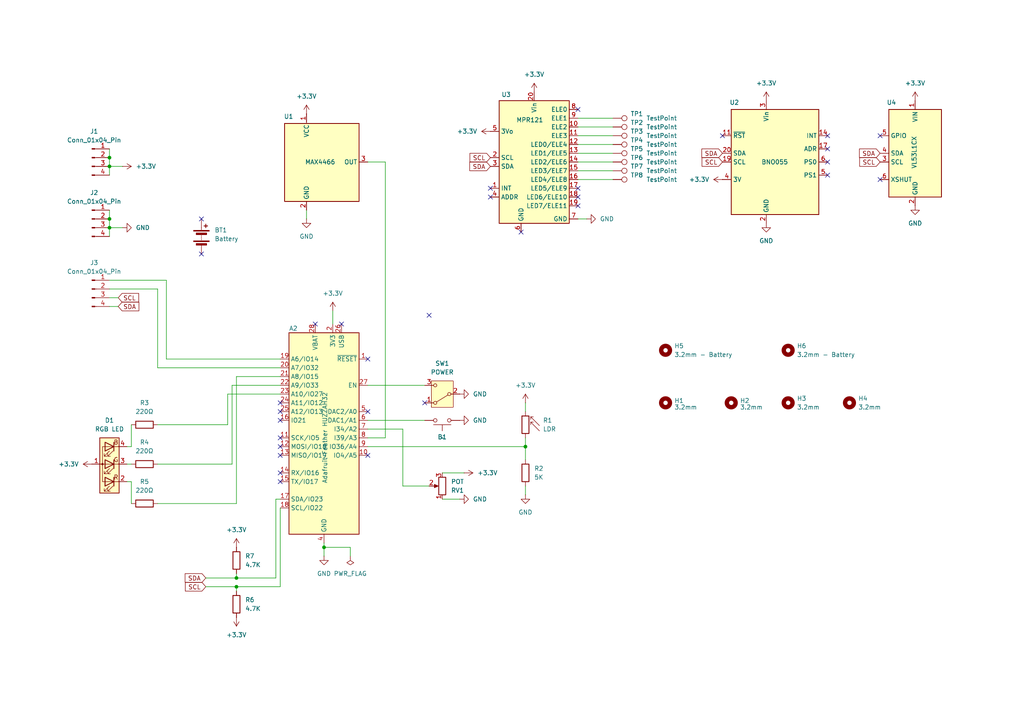
<source format=kicad_sch>
(kicad_sch (version 20231120) (generator "eeschema") (generator_version "8.0")
  (paper "A4")
  (title_block (title "TESI") (date "2025-02-07") (rev "v1.0"))
  (lib_symbols
    (symbol "Connector:Conn_01x04_Pin" (pin_names (offset 1.016) hide)
      (property "Reference" "J" (at 0 5.08 0))
      (property "Value" "Conn_01x04_Pin" (at 0 -7.62 0))
      (symbol "Conn_01x04_Pin_1_1"
        (polyline (pts (xy 1.27 -5.08) (xy 0.8636 -5.08)) (stroke (width 0.1524)))
        (polyline (pts (xy 1.27 -2.54) (xy 0.8636 -2.54)) (stroke (width 0.1524)))
        (polyline (pts (xy 1.27 0) (xy 0.8636 0)) (stroke (width 0.1524)))
        (polyline (pts (xy 1.27 2.54) (xy 0.8636 2.54)) (stroke (width 0.1524)))
        (rectangle (start 0.8636 -4.953) (end 0 -5.207) (stroke (width 0.1524)) (fill (type outline)))
        (rectangle (start 0.8636 -2.413) (end 0 -2.667) (stroke (width 0.1524)) (fill (type outline)))
        (rectangle (start 0.8636 0.127) (end 0 -0.127) (stroke (width 0.1524)) (fill (type outline)))
        (rectangle (start 0.8636 2.667) (end 0 2.413) (stroke (width 0.1524)) (fill (type outline)))
        (pin passive line (at 5.08 2.54 180) (length 3.81) (name "Pin_1") (number "1"))
        (pin passive line (at 5.08 0 180) (length 3.81) (name "Pin_2") (number "2"))
        (pin passive line (at 5.08 -2.54 180) (length 3.81) (name "Pin_3") (number "3"))
        (pin passive line (at 5.08 -5.08 180) (length 3.81) (name "Pin_4") (number "4"))
      )
    )
    (symbol "Connector:TestPoint" (pin_numbers hide) (pin_names (offset 0.762) hide)
      (property "Reference" "TP" (at 0 6.858 0))
      (property "Value" "TestPoint" (at 0 5.08 0))
      (symbol "TestPoint_0_1"
        (circle (center 0 3.302) (radius 0.762))
      )
      (symbol "TestPoint_1_1"
        (pin passive line (at 0 0 90) (length 2.54) (name "1") (number "1"))
      )
    )
    (symbol "Device:Battery" (pin_numbers hide) (pin_names (offset 0) hide)
      (property "Reference" "BT" (at 2.54 2.54 0))
      (property "Value" "Battery" (at 2.54 0 0))
      (symbol "Battery_0_1"
        (rectangle (start -2.286 -1.27) (end 2.286 -1.524) (fill (type outline)))
        (rectangle (start -2.286 1.778) (end 2.286 1.524) (fill (type outline)))
        (rectangle (start -1.524 -2.032) (end 1.524 -2.54) (fill (type outline)))
        (rectangle (start -1.524 1.016) (end 1.524 0.508) (fill (type outline)))
        (polyline (pts (xy 0 -1.016) (xy 0 -0.762)))
        (polyline (pts (xy 0 -0.508) (xy 0 -0.254)))
        (polyline (pts (xy 0 0) (xy 0 0.254)))
        (polyline (pts (xy 0 1.778) (xy 0 2.54)))
        (polyline (pts (xy 0.762 3.048) (xy 1.778 3.048)) (stroke (width 0.254)))
        (polyline (pts (xy 1.27 3.556) (xy 1.27 2.54)) (stroke (width 0.254)))
      )
      (symbol "Battery_1_1"
        (pin passive line (at 0 5.08 270) (length 2.54) (name "+") (number "1"))
        (pin passive line (at 0 -5.08 90) (length 2.54) (name "-") (number "2"))
      )
    )
    (symbol "Device:LED_ARGB" (pin_names (offset 0) hide)
      (property "Reference" "D" (at 0 9.398 0))
      (property "Value" "LED_ARGB" (at 0 -8.89 0))
      (symbol "LED_ARGB_0_0"
        (text "B" (at -1.905 -6.35 0) (effects (font (size 1.27 1.27))))
        (text "G" (at -1.905 -1.27 0) (effects (font (size 1.27 1.27))))
        (text "R" (at -1.905 3.81 0) (effects (font (size 1.27 1.27))))
      )
      (symbol "LED_ARGB_0_1"
        (polyline (pts (xy -1.27 -5.08) (xy -2.54 -5.08)))
        (polyline (pts (xy -1.27 -5.08) (xy 1.27 -5.08)))
        (polyline (pts (xy -1.27 -3.81) (xy -1.27 -6.35)) (stroke (width 0.254)))
        (polyline (pts (xy -1.27 0) (xy -2.54 0)))
        (polyline (pts (xy -1.27 1.27) (xy -1.27 -1.27)) (stroke (width 0.254)))
        (polyline (pts (xy -1.27 5.08) (xy -2.54 5.08)))
        (polyline (pts (xy -1.27 5.08) (xy 1.27 5.08)))
        (polyline (pts (xy -1.27 6.35) (xy -1.27 3.81)) (stroke (width 0.254)))
        (polyline (pts (xy 1.27 0) (xy -1.27 0)))
        (polyline (pts (xy 1.27 0) (xy 2.54 0)))
        (polyline (pts (xy -1.27 1.27) (xy -1.27 -1.27) (xy -1.27 -1.27)))
        (polyline (pts (xy -1.27 6.35) (xy -1.27 3.81) (xy -1.27 3.81)))
        (polyline (pts (xy 1.27 -5.08) (xy 2.032 -5.08) (xy 2.032 5.08) (xy 1.27 5.08)))
        (polyline (pts (xy 1.27 -3.81) (xy 1.27 -6.35) (xy -1.27 -5.08) (xy 1.27 -3.81)) (stroke (width 0.254)))
        (polyline (pts (xy 1.27 1.27) (xy 1.27 -1.27) (xy -1.27 0) (xy 1.27 1.27)) (stroke (width 0.254)))
        (polyline (pts (xy 1.27 6.35) (xy 1.27 3.81) (xy -1.27 5.08) (xy 1.27 6.35)) (stroke (width 0.254)))
        (polyline (pts (xy -1.016 -3.81) (xy 0.508 -2.286) (xy -0.254 -2.286) (xy 0.508 -2.286) (xy 0.508 -3.048)))
        (polyline (pts (xy -1.016 1.27) (xy 0.508 2.794) (xy -0.254 2.794) (xy 0.508 2.794) (xy 0.508 2.032)))
        (polyline (pts (xy -1.016 6.35) (xy 0.508 7.874) (xy -0.254 7.874) (xy 0.508 7.874) (xy 0.508 7.112)))
        (polyline (pts (xy 0 -3.81) (xy 1.524 -2.286) (xy 0.762 -2.286) (xy 1.524 -2.286) (xy 1.524 -3.048)))
        (polyline (pts (xy 0 1.27) (xy 1.524 2.794) (xy 0.762 2.794) (xy 1.524 2.794) (xy 1.524 2.032)))
        (polyline (pts (xy 0 6.35) (xy 1.524 7.874) (xy 0.762 7.874) (xy 1.524 7.874) (xy 1.524 7.112)))
        (rectangle (start 1.27 -1.27) (end 1.27 1.27))
        (rectangle (start 1.27 1.27) (end 1.27 1.27))
        (rectangle (start 1.27 3.81) (end 1.27 6.35))
        (rectangle (start 1.27 6.35) (end 1.27 6.35))
        (circle (center 2.032 0) (radius 0.254) (fill (type outline)))
        (rectangle (start 2.794 8.382) (end -2.794 -7.62) (stroke (width 0.254)) (fill (type background)))
      )
      (symbol "LED_ARGB_1_1"
        (pin passive line (at 5.08 0 180) (length 2.54) (name "A") (number "1"))
        (pin passive line (at -5.08 5.08 0) (length 2.54) (name "RK") (number "2"))
        (pin passive line (at -5.08 0 0) (length 2.54) (name "GK") (number "3"))
        (pin passive line (at -5.08 -5.08 0) (length 2.54) (name "BK") (number "4"))
      )
    )
    (symbol "Device:R" (pin_numbers hide) (pin_names (offset 0))
      (property "Reference" "R" (at 2.032 0 90))
      (property "Value" "R" (at 0 0 90))
      (symbol "R_0_1"
        (rectangle (start -1.016 -2.54) (end 1.016 2.54) (stroke (width 0.254)))
      )
      (symbol "R_1_1"
        (pin passive line (at 0 3.81 270) (length 1.27) (name "~") (number "1"))
        (pin passive line (at 0 -3.81 90) (length 1.27) (name "~") (number "2"))
      )
    )
    (symbol "Device:R_Potentiometer" (pin_names (offset 1.016) hide)
      (property "Reference" "RV" (at -4.445 0 90))
      (property "Value" "R_Potentiometer" (at -2.54 0 90))
      (symbol "R_Potentiometer_0_1"
        (polyline (pts (xy 2.54 0) (xy 1.524 0)))
        (polyline (pts (xy 1.143 0) (xy 2.286 0.508) (xy 2.286 -0.508) (xy 1.143 0)) (fill (type outline)))
        (rectangle (start 1.016 2.54) (end -1.016 -2.54) (stroke (width 0.254)))
      )
      (symbol "R_Potentiometer_1_1"
        (pin passive line (at 0 3.81 270) (length 1.27) (name "1") (number "1"))
        (pin passive line (at 3.81 0 180) (length 1.27) (name "2") (number "2"))
        (pin passive line (at 0 -3.81 90) (length 1.27) (name "3") (number "3"))
      )
    )
    (symbol "MCU_Module:Adafruit_Feather_HUZZAH32_ESP32"
      (property "Reference" "A" (at -10.16 29.21 0))
      (property "Value" "Adafruit_Feather_HUZZAH32_ESP32" (at 2.54 -31.75 0))
      (symbol "Adafruit_Feather_HUZZAH32_ESP32_0_1"
        (rectangle (start -10.16 27.94) (end 10.16 -30.48) (stroke (width 0.254)) (fill (type background)))
      )
      (symbol "Adafruit_Feather_HUZZAH32_ESP32_1_1"
        (pin input line (at 12.7 20.32 180) (length 2.54) (name "~{RESET}") (number "1"))
        (pin bidirectional line (at 12.7 -7.62 180) (length 2.54) (name "IO4/A5") (number "10"))
        (pin bidirectional line (at -12.7 -2.54 0) (length 2.54) (name "SCK/IO5") (number "11"))
        (pin bidirectional line (at -12.7 -5.08 0) (length 2.54) (name "MOSI/IO18") (number "12"))
        (pin bidirectional line (at -12.7 -7.62 0) (length 2.54) (name "MISO/IO19") (number "13"))
        (pin bidirectional line (at -12.7 -12.7 0) (length 2.54) (name "RX/IO16") (number "14"))
        (pin bidirectional line (at -12.7 -15.24 0) (length 2.54) (name "TX/IO17") (number "15"))
        (pin bidirectional line (at -12.7 2.54 0) (length 2.54) (name "IO21") (number "16"))
        (pin bidirectional line (at -12.7 -20.32 0) (length 2.54) (name "SDA/IO23") (number "17"))
        (pin bidirectional line (at -12.7 -22.86 0) (length 2.54) (name "SCL/IO22") (number "18"))
        (pin bidirectional line (at -12.7 20.32 0) (length 2.54) (name "A6/IO14") (number "19"))
        (pin power_in line (at 2.54 30.48 270) (length 2.54) (name "3V3") (number "2"))
        (pin bidirectional line (at -12.7 17.78 0) (length 2.54) (name "A7/IO32") (number "20"))
        (pin bidirectional line (at -12.7 15.24 0) (length 2.54) (name "A8/IO15") (number "21"))
        (pin bidirectional line (at -12.7 12.7 0) (length 2.54) (name "A9/IO33") (number "22"))
        (pin bidirectional line (at -12.7 10.16 0) (length 2.54) (name "A10/IO27") (number "23"))
        (pin bidirectional line (at -12.7 7.62 0) (length 2.54) (name "A11/IO12") (number "24"))
        (pin bidirectional line (at -12.7 5.08 0) (length 2.54) (name "A12/IO13") (number "25"))
        (pin power_in line (at 5.08 30.48 270) (length 2.54) (name "USB") (number "26"))
        (pin input line (at 12.7 12.7 180) (length 2.54) (name "EN") (number "27"))
        (pin power_in line (at -2.54 30.48 270) (length 2.54) (name "VBAT") (number "28"))
        (pin no_connect line (at 10.16 10.16 180) (length 2.54) hide (name "NC") (number "3"))
        (pin power_in line (at 0 -33.02 90) (length 2.54) (name "GND") (number "4"))
        (pin bidirectional line (at 12.7 5.08 180) (length 2.54) (name "DAC2/A0") (number "5"))
        (pin bidirectional line (at 12.7 2.54 180) (length 2.54) (name "DAC1/A1") (number "6"))
        (pin bidirectional line (at 12.7 0 180) (length 2.54) (name "I34/A2") (number "7"))
        (pin bidirectional line (at 12.7 -2.54 180) (length 2.54) (name "I39/A3") (number "8"))
        (pin bidirectional line (at 12.7 -5.08 180) (length 2.54) (name "IO36/A4") (number "9"))
      )
    )
    (symbol "Mechanical:MountingHole" (pin_names (offset 1.016)) (exclude_from_sim yes) (in_bom no)
      (property "Reference" "H" (at 0 5.08 0))
      (property "Value" "MountingHole" (at 0 3.175 0))
      (symbol "MountingHole_0_1"
        (circle (center 0 0) (radius 1.27) (stroke (width 1.27)))
      )
    )
    (symbol "Sensor_Optical:VT93xx" (pin_numbers hide) (pin_names (offset 0))
      (property "Reference" "R" (at -5.08 0 90))
      (property "Value" "VT93xx" (at 1.905 0 90))
      (symbol "VT93xx_0_1"
        (rectangle (start -1.016 2.54) (end 1.016 -2.54) (stroke (width 0.254)))
        (polyline (pts (xy -1.524 -2.286) (xy -4.064 0.254)))
        (polyline (pts (xy -1.524 -2.286) (xy -2.286 -2.286)))
        (polyline (pts (xy -1.524 -2.286) (xy -1.524 -1.524)))
        (polyline (pts (xy -1.524 -0.762) (xy -4.064 1.778)))
        (polyline (pts (xy -1.524 -0.762) (xy -2.286 -0.762)))
        (polyline (pts (xy -1.524 -0.762) (xy -1.524 0)))
      )
      (symbol "VT93xx_1_1"
        (pin passive line (at 0 3.81 270) (length 1.27) (name "~") (number "1"))
        (pin passive line (at 0 -3.81 90) (length 1.27) (name "~") (number "2"))
      )
    )
    (symbol "Switch:SW_Push" (pin_numbers hide) (pin_names (offset 1.016) hide)
      (property "Reference" "SW" (at 1.27 2.54 0))
      (property "Value" "SW_Push" (at 0 -1.524 0))
      (symbol "SW_Push_0_1"
        (circle (center -2.032 0) (radius 0.508))
        (polyline (pts (xy 0 1.27) (xy 0 3.048)))
        (polyline (pts (xy 2.54 1.27) (xy -2.54 1.27)))
        (circle (center 2.032 0) (radius 0.508))
        (pin passive line (at -5.08 0 0) (length 2.54) (name "1") (number "1"))
        (pin passive line (at 5.08 0 180) (length 2.54) (name "2") (number "2"))
      )
    )
    (symbol "Switch:SW_SPDT" (pin_names (offset 0) hide)
      (property "Reference" "SW" (at 0 5.08 0))
      (property "Value" "SW_SPDT" (at 0 -5.08 0))
      (symbol "SW_SPDT_0_1"
        (circle (center -2.032 0) (radius 0.4572))
        (polyline (pts (xy -1.651 0.254) (xy 1.651 2.286)))
        (circle (center 2.032 -2.54) (radius 0.4572))
        (circle (center 2.032 2.54) (radius 0.4572))
      )
      (symbol "SW_SPDT_1_1"
        (rectangle (start -3.175 3.81) (end 3.175 -3.81) (fill (type background)))
        (pin passive line (at 5.08 2.54 180) (length 2.54) (name "A") (number "1"))
        (pin passive line (at -5.08 0 0) (length 2.54) (name "B") (number "2"))
        (pin passive line (at 5.08 -2.54 180) (length 2.54) (name "C") (number "3"))
      )
    )
    (symbol "power:+3.3V" (power) (pin_numbers hide) (pin_names (offset 0) hide)
      (property "Value" "+3.3V" (at 0 3.556 0))
      (symbol "+3.3V_0_1"
        (polyline (pts (xy -0.762 1.27) (xy 0 2.54)))
        (polyline (pts (xy 0 0) (xy 0 2.54)))
        (polyline (pts (xy 0 2.54) (xy 0.762 1.27)))
      )
      (symbol "+3.3V_1_1"
        (pin power_in line (at 0 0 90) (length 0) (name "~") (number "1"))
      )
    )
    (symbol "power:GND" (power) (pin_numbers hide) (pin_names (offset 0) hide)
      (property "Value" "GND" (at 0 -3.81 0))
      (symbol "GND_0_1"
        (polyline (pts (xy 0 0) (xy 0 -1.27) (xy 1.27 -1.27) (xy 0 -2.54) (xy -1.27 -1.27) (xy 0 -1.27)))
      )
      (symbol "GND_1_1"
        (pin power_in line (at 0 0 270) (length 0) (name "~") (number "1"))
      )
    )
    (symbol "power:PWR_FLAG" (power) (pin_numbers hide) (pin_names (offset 0) hide)
      (property "Value" "PWR_FLAG" (at 0 3.81 0))
      (symbol "PWR_FLAG_0_0"
        (pin power_out line (at 0 0 90) (length 0) (name "~") (number "1"))
      )
      (symbol "PWR_FLAG_0_1"
        (polyline (pts (xy 0 0) (xy 0 1.27) (xy -1.016 1.905) (xy 0 2.54) (xy 1.016 1.905) (xy 0 1.27)))
      )
    )
    (symbol "tesi:BNO055"
      (property "Reference" "U" (at -11.43 16.51 0))
      (property "Value" "BNO055" (at 3.81 0 0))
      (symbol "BNO055_0_1"
        (rectangle (start -12.7 15.24) (end 12.7 -15.24) (stroke (width 0.254)) (fill (type background)))
      )
      (symbol "BNO055_1_1"
        (pin input line (at -15.24 7.62 0) (length 2.54) (name "~{RST}") (number "11"))
        (pin output line (at 15.24 7.62 180) (length 2.54) (name "INT") (number "14"))
        (pin output line (at 15.24 3.81 180) (length 2.54) (name "ADR") (number "17"))
        (pin output line (at -15.24 0 0) (length 2.54) (name "SCL") (number "19"))
        (pin power_in line (at -2.54 -17.78 90) (length 2.54) (name "GND") (number "2"))
        (pin output line (at -15.24 2.54 0) (length 2.54) (name "SDA") (number "20"))
        (pin power_in line (at -2.54 17.78 270) (length 2.54) (name "Vin") (number "3"))
        (pin output line (at -15.24 -5.08 0) (length 2.54) (name "3V") (number "4"))
        (pin output line (at 15.24 -3.81 180) (length 2.54) (name "PS1") (number "5"))
        (pin output line (at 15.24 0 180) (length 2.54) (name "PS0") (number "6"))
      )
    )
    (symbol "tesi:MAX4466"
      (property "Reference" "MAX4466" (at 2.032 0 0))
      (property "Value" "Electret Mic" (at 11.938 13.716 0))
      (symbol "MAX4466_0_1"
        (rectangle (start -12.7 11.176) (end 8.89 -11.43) (stroke (width 0.254)) (fill (type background)))
      )
      (symbol "MAX4466_1_1"
        (pin power_in line (at -6.35 13.97 270) (length 2.54) (name "VCC") (number "1"))
        (pin power_in line (at -6.35 -13.97 90) (length 2.54) (name "GND") (number "2"))
        (pin bidirectional line (at 11.43 0 180) (length 2.54) (name "OUT") (number "3"))
      )
    )
    (symbol "tesi:MPR121"
      (property "Reference" "U" (at -10.16 19.05 0))
      (property "Value" "MPR121" (at -1.27 12.192 0))
      (symbol "MPR121_0_1"
        (rectangle (start -10.16 17.78) (end 10.16 -17.78) (stroke (width 0.254)) (fill (type background)))
      )
      (symbol "MPR121_1_1"
        (pin open_collector line (at -12.7 -7.62 0) (length 2.54) (name "INT") (number "1"))
        (pin passive line (at 12.7 10.16 180) (length 2.54) (name "ELE2") (number "10"))
        (pin passive line (at 12.7 7.62 180) (length 2.54) (name "ELE3") (number "11"))
        (pin passive line (at 12.7 5.08 180) (length 2.54) (name "LED0/ELE4") (number "12"))
        (pin passive line (at 12.7 2.54 180) (length 2.54) (name "LED1/ELE5") (number "13"))
        (pin passive line (at 12.7 0 180) (length 2.54) (name "LED2/ELE6") (number "14"))
        (pin passive line (at 12.7 -2.54 180) (length 2.54) (name "LED3/ELE7") (number "15"))
        (pin passive line (at 12.7 -5.08 180) (length 2.54) (name "LED4/ELE8") (number "16"))
        (pin passive line (at 12.7 -7.62 180) (length 2.54) (name "LED5/ELE9") (number "17"))
        (pin passive line (at 12.7 -10.16 180) (length 2.54) (name "LED6/ELE10") (number "18"))
        (pin passive line (at 12.7 -12.7 180) (length 2.54) (name "LED7/ELE11") (number "19"))
        (pin input line (at -12.7 1.27 0) (length 2.54) (name "SCL") (number "2"))
        (pin power_in line (at 0 20.32 270) (length 2.54) (name "Vin") (number "20"))
        (pin bidirectional line (at -12.7 -1.27 0) (length 2.54) (name "SDA") (number "3"))
        (pin input line (at -12.7 -10.16 0) (length 2.54) (name "ADDR") (number "4"))
        (pin passive line (at -12.7 8.89 0) (length 2.54) (name "3Vo") (number "5"))
        (pin power_in line (at -3.81 -20.32 90) (length 2.54) (name "GND") (number "6"))
        (pin power_in line (at 12.7 -16.51 180) (length 2.54) (name "GND") (number "7"))
        (pin passive line (at 12.7 15.24 180) (length 2.54) (name "ELE0") (number "8"))
        (pin passive line (at 12.7 12.7 180) (length 2.54) (name "ELE1") (number "9"))
      )
    )
    (symbol "tesi:VL53L1CX"
      (property "Reference" "U" (at -6.858 14.732 0))
      (property "Value" "VL53L1CX" (at -0.254 0.254 90))
      (symbol "VL53L1CX_0_1"
        (rectangle (start -7.62 12.7) (end 7.62 -12.7) (stroke (width 0.254)) (fill (type background)))
      )
      (symbol "VL53L1CX_1_1"
        (pin power_in line (at 0 15.24 270) (length 2.54) (name "VIN") (number "1"))
        (pin power_in line (at 0 -15.24 90) (length 2.54) (name "GND") (number "2"))
        (pin input line (at -10.16 -2.54 0) (length 2.54) (name "SCL") (number "3"))
        (pin bidirectional line (at -10.16 0 0) (length 2.54) (name "SDA") (number "4"))
        (pin open_collector line (at -10.16 5.08 0) (length 2.54) (name "GPIO") (number "5"))
        (pin input line (at -10.16 -7.62 0) (length 2.54) (name "XSHUT") (number "6"))
      )
    )
  )
  (junction (at 31.75 45.72))
  (junction (at 68.58 170.18))
  (junction (at 31.75 66.04))
  (junction (at 31.75 63.5))
  (junction (at 93.98 158.75))
  (junction (at 68.58 167.64))
  (junction (at 152.4 129.54))
  (junction (at 31.75 48.26))
  (no_connect (at 106.68 104.14))
  (no_connect (at 167.64 59.69))
  (no_connect (at 123.19 116.84))
  (no_connect (at 151.13 67.31))
  (no_connect (at 99.06 93.98))
  (no_connect (at 255.27 52.07))
  (no_connect (at 240.03 50.8))
  (no_connect (at 81.28 129.54))
  (no_connect (at 240.03 46.99))
  (no_connect (at 58.42 73.66))
  (no_connect (at 167.64 54.61))
  (no_connect (at 81.28 132.08))
  (no_connect (at 81.28 127))
  (no_connect (at 167.64 31.75))
  (no_connect (at 240.03 39.37))
  (no_connect (at 106.68 119.38))
  (no_connect (at 81.28 119.38))
  (no_connect (at 91.44 93.98))
  (no_connect (at 209.55 39.37))
  (no_connect (at 142.24 54.61))
  (no_connect (at 106.68 132.08))
  (no_connect (at 81.28 137.16))
  (no_connect (at 240.03 43.18))
  (no_connect (at 58.42 63.5))
  (no_connect (at 81.28 116.84))
  (no_connect (at 124.46 91.44))
  (no_connect (at 81.28 139.7))
  (no_connect (at 255.27 39.37))
  (no_connect (at 142.24 57.15))
  (no_connect (at 81.28 121.92))
  (no_connect (at 167.64 57.15))
  (wire (pts (xy 31.75 83.82) (xy 45.72 83.82)))
  (wire (pts (xy 81.28 104.14) (xy 48.26 104.14)))
  (wire (pts (xy 133.35 144.78) (xy 128.27 144.78)))
  (wire (pts (xy 45.72 83.82) (xy 45.72 106.68)))
  (wire (pts (xy 93.98 157.48) (xy 93.98 158.75)))
  (wire (pts (xy 124.46 140.97) (xy 116.84 140.97)))
  (wire (pts (xy 66.04 114.3) (xy 81.28 114.3)))
  (wire (pts (xy 111.76 46.99) (xy 111.76 127)))
  (wire (pts (xy 31.75 43.18) (xy 31.75 45.72)))
  (wire (pts (xy 96.52 90.17) (xy 96.52 93.98)))
  (wire (pts (xy 111.76 46.99) (xy 106.68 46.99)))
  (wire (pts (xy 36.83 129.54) (xy 38.1 129.54)))
  (wire (pts (xy 31.75 86.36) (xy 34.29 86.36)))
  (wire (pts (xy 31.75 81.28) (xy 48.26 81.28)))
  (wire (pts (xy 31.75 66.04) (xy 31.75 68.58)))
  (wire (pts (xy 31.75 66.04) (xy 35.56 66.04)))
  (wire (pts (xy 80.01 144.78) (xy 81.28 144.78)))
  (wire (pts (xy 36.83 134.62) (xy 38.1 134.62)))
  (wire (pts (xy 81.28 170.18) (xy 81.28 147.32)))
  (wire (pts (xy 167.64 34.29) (xy 177.8 34.29)))
  (wire (pts (xy 106.68 129.54) (xy 152.4 129.54)))
  (wire (pts (xy 68.58 171.45) (xy 68.58 170.18)))
  (wire (pts (xy 38.1 123.19) (xy 38.1 129.54)))
  (wire (pts (xy 106.68 124.46) (xy 116.84 124.46)))
  (wire (pts (xy 31.75 63.5) (xy 31.75 66.04)))
  (wire (pts (xy 31.75 45.72) (xy 31.75 48.26)))
  (wire (pts (xy 31.75 48.26) (xy 31.75 50.8)))
  (wire (pts (xy 106.68 111.76) (xy 123.19 111.76)))
  (wire (pts (xy 31.75 88.9) (xy 34.29 88.9)))
  (wire (pts (xy 152.4 116.84) (xy 152.4 119.38)))
  (wire (pts (xy 101.6 161.29) (xy 101.6 158.75)))
  (wire (pts (xy 68.58 167.64) (xy 80.01 167.64)))
  (wire (pts (xy 68.58 166.37) (xy 68.58 167.64)))
  (wire (pts (xy 80.01 167.64) (xy 80.01 144.78)))
  (wire (pts (xy 59.69 170.18) (xy 68.58 170.18)))
  (wire (pts (xy 167.64 52.07) (xy 177.8 52.07)))
  (wire (pts (xy 67.31 134.62) (xy 67.31 111.76)))
  (wire (pts (xy 38.1 139.7) (xy 36.83 139.7)))
  (wire (pts (xy 167.64 63.5) (xy 170.18 63.5)))
  (wire (pts (xy 128.27 137.16) (xy 134.62 137.16)))
  (wire (pts (xy 38.1 139.7) (xy 38.1 146.05)))
  (wire (pts (xy 59.69 167.64) (xy 68.58 167.64)))
  (wire (pts (xy 31.75 60.96) (xy 31.75 63.5)))
  (wire (pts (xy 66.04 123.19) (xy 66.04 114.3)))
  (wire (pts (xy 68.58 170.18) (xy 81.28 170.18)))
  (wire (pts (xy 45.72 146.05) (xy 68.58 146.05)))
  (wire (pts (xy 167.64 46.99) (xy 177.8 46.99)))
  (wire (pts (xy 45.72 134.62) (xy 67.31 134.62)))
  (wire (pts (xy 88.9 60.96) (xy 88.9 63.5)))
  (wire (pts (xy 93.98 158.75) (xy 101.6 158.75)))
  (wire (pts (xy 48.26 81.28) (xy 48.26 104.14)))
  (wire (pts (xy 152.4 127) (xy 152.4 129.54)))
  (wire (pts (xy 68.58 109.22) (xy 81.28 109.22)))
  (wire (pts (xy 67.31 111.76) (xy 81.28 111.76)))
  (wire (pts (xy 45.72 123.19) (xy 66.04 123.19)))
  (wire (pts (xy 152.4 140.97) (xy 152.4 143.51)))
  (wire (pts (xy 116.84 140.97) (xy 116.84 124.46)))
  (wire (pts (xy 167.64 44.45) (xy 177.8 44.45)))
  (wire (pts (xy 81.28 106.68) (xy 45.72 106.68)))
  (wire (pts (xy 152.4 129.54) (xy 152.4 133.35)))
  (wire (pts (xy 93.98 158.75) (xy 93.98 161.29)))
  (wire (pts (xy 167.64 36.83) (xy 177.8 36.83)))
  (wire (pts (xy 167.64 41.91) (xy 177.8 41.91)))
  (wire (pts (xy 167.64 49.53) (xy 177.8 49.53)))
  (wire (pts (xy 167.64 39.37) (xy 177.8 39.37)))
  (wire (pts (xy 31.75 48.26) (xy 35.56 48.26)))
  (wire (pts (xy 111.76 127) (xy 106.68 127)))
  (wire (pts (xy 123.19 121.92) (xy 106.68 121.92)))
  (wire (pts (xy 68.58 146.05) (xy 68.58 109.22)))
  (global_label "SCL" (shape input) (at 142.24 45.72 180) (property "Intersheetrefs" "${INTERSHEET_REFS}" (effects (hide yes))))
  (global_label "SDA" (shape input) (at 209.55 44.45 180) (property "Intersheetrefs" "${INTERSHEET_REFS}" (effects (hide yes))))
  (global_label "SDA" (shape input) (at 34.29 88.9 0) (property "Intersheetrefs" "${INTERSHEET_REFS}" (effects (hide yes))))
  (global_label "SCL" (shape input) (at 59.69 170.18 180) (property "Intersheetrefs" "${INTERSHEET_REFS}" (effects (hide yes))))
  (global_label "SCL" (shape input) (at 209.55 46.99 180) (property "Intersheetrefs" "${INTERSHEET_REFS}" (effects (hide yes))))
  (global_label "SDA" (shape input) (at 59.69 167.64 180) (property "Intersheetrefs" "${INTERSHEET_REFS}" (effects (hide yes))))
  (global_label "SCL" (shape input) (at 34.29 86.36 0) (property "Intersheetrefs" "${INTERSHEET_REFS}" (effects (hide yes))))
  (global_label "SDA" (shape input) (at 142.24 48.26 180) (property "Intersheetrefs" "${INTERSHEET_REFS}" (effects (hide yes))))
  (global_label "SCL" (shape input) (at 255.27 46.99 180) (property "Intersheetrefs" "${INTERSHEET_REFS}" (effects (hide yes))))
  (global_label "SDA" (shape input) (at 255.27 44.45 180) (property "Intersheetrefs" "${INTERSHEET_REFS}" (effects (hide yes))))
  (symbol (lib_id "power:+3.3V") (at 154.94 26.67 0) (unit 1)
    (property "Reference" "#PWR019" (effects (hide yes)))
    (property "Value" "+3.3V" (at 154.94 21.59 0))
    (property "Description" "Power symbol creates a global label with name \"+3.3V\"" (effects (hide yes)))
  )
  (symbol (lib_id "Connector:Conn_01x04_Pin") (at 26.67 45.72 0) (unit 1)
    (property "Reference" "J1" (at 27.305 38.1 0))
    (property "Value" "Conn_01x04_Pin" (at 27.305 40.64 0))
    (property "Footprint" "Connector_PinSocket_2.54mm:PinSocket_1x04_P2.54mm_Vertical" (effects (hide yes)))
    (property "Description" "Generic connector, single row, 01x04, script generated" (effects (hide yes)))
  )
  (symbol (lib_id "power:GND") (at 222.25 64.77 0) (unit 1)
    (property "Reference" "#PWR05" (effects (hide yes)))
    (property "Value" "GND" (at 222.25 69.85 0))
    (property "Description" "Power symbol creates a global label with name \"GND\" , ground" (effects (hide yes)))
  )
  (symbol (lib_id "power:+3.3V") (at 152.4 116.84 0) (unit 1)
    (property "Reference" "#PWR01" (effects (hide yes)))
    (property "Value" "+3.3V" (at 152.4 111.76 0))
    (property "Description" "Power symbol creates a global label with name \"+3.3V\"" (effects (hide yes)))
  )
  (symbol (lib_id "Device:R") (at 41.91 134.62 90) (unit 1)
    (property "Reference" "R4" (at 41.91 128.27 90))
    (property "Value" "220Ω" (at 41.91 130.81 90))
    (property "Footprint" "Resistor_THT:R_Axial_DIN0207_L6.3mm_D2.5mm_P7.62mm_Horizontal" (effects (hide yes)))
    (property "Description" "Resistor" (effects (hide yes)))
  )
  (symbol (lib_id "Mechanical:MountingHole") (at 193.04 116.84 0) (unit 1) (exclude_from_sim yes) (in_bom no)
    (property "Reference" "H1" (at 195.58 116.2049 0) (effects (justify left)))
    (property "Value" "3.2mm" (at 195.58 118.11 0) (effects (justify left)))
    (property "Footprint" "tesi:MountingHole_3.2mm_M3" (effects (hide yes)))
    (property "Description" "Mounting Hole without connection" (effects (hide yes)))
  )
  (symbol (lib_id "power:+3.3V") (at 68.58 179.07 180) (unit 1)
    (property "Reference" "#PWR015" (effects (hide yes)))
    (property "Value" "+3.3V" (at 68.58 184.15 0))
    (property "Description" "Power symbol creates a global label with name \"+3.3V\"" (effects (hide yes)))
  )
  (symbol (lib_id "Connector:TestPoint") (at 177.8 41.91 270) (unit 1)
    (property "Reference" "TP4" (at 182.88 40.6399 90) (effects (justify left)))
    (property "Value" "TestPoint" (at 187.452 41.91 90) (effects (justify left)))
    (property "Footprint" "tesi:TouchPad - 4.0mm" (effects (hide yes)))
    (property "Description" "test point" (effects (hide yes)))
  )
  (symbol (lib_id "power:GND") (at 35.56 66.04 90) (unit 1)
    (property "Reference" "#PWR021" (effects (hide yes)))
    (property "Value" "GND" (at 39.37 66.0399 90) (effects (justify right)))
    (property "Description" "Power symbol creates a global label with name \"GND\" , ground" (effects (hide yes)))
  )
  (symbol (lib_id "power:+3.3V") (at 265.43 29.21 0) (unit 1)
    (property "Reference" "#PWR018" (effects (hide yes)))
    (property "Value" "+3.3V" (at 265.43 24.13 0))
    (property "Description" "Power symbol creates a global label with name \"+3.3V\"" (effects (hide yes)))
  )
  (symbol (lib_id "Mechanical:MountingHole") (at 228.6 101.6 0) (unit 1) (exclude_from_sim yes) (in_bom no)
    (property "Reference" "H6" (at 231.14 100.3299 0) (effects (justify left)))
    (property "Value" "3.2mm - Battery" (at 231.14 102.8699 0) (effects (justify left)))
    (property "Footprint" "tesi:MountingHole_3.2mm_M3" (effects (hide yes)))
    (property "Description" "Mounting Hole without connection" (effects (hide yes)))
  )
  (symbol (lib_id "Device:R_Potentiometer") (at 128.27 140.97 180) (unit 1)
    (property "Reference" "RV1" (at 130.81 142.2401 0) (effects (justify right)))
    (property "Value" "POT" (at 130.81 139.7001 0) (effects (justify right)))
    (property "Footprint" "Potentiometer_THT:Potentiometer_TT_P0915N" (effects (hide yes)))
    (property "Description" "Potentiometer" (effects (hide yes)))
  )
  (symbol (lib_id "Connector:TestPoint") (at 177.8 52.07 270) (unit 1)
    (property "Reference" "TP8" (at 182.88 50.7999 90) (effects (justify left)))
    (property "Value" "TestPoint" (at 187.452 52.07 90) (effects (justify left)))
    (property "Footprint" "tesi:TouchPad - 4.0mm" (effects (hide yes)))
    (property "Description" "test point" (effects (hide yes)))
  )
  (symbol (lib_id "Connector:Conn_01x04_Pin") (at 26.67 83.82 0) (unit 1)
    (property "Reference" "J3" (at 27.305 76.2 0))
    (property "Value" "Conn_01x04_Pin" (at 27.305 78.74 0))
    (property "Footprint" "Connector_PinSocket_2.54mm:PinSocket_1x04_P2.54mm_Vertical" (effects (hide yes)))
    (property "Description" "Generic connector, single row, 01x04, script generated" (effects (hide yes)))
  )
  (symbol (lib_id "Connector:TestPoint") (at 177.8 49.53 270) (unit 1)
    (property "Reference" "TP7" (at 182.88 48.2599 90) (effects (justify left)))
    (property "Value" "TestPoint" (at 187.452 49.53 90) (effects (justify left)))
    (property "Footprint" "tesi:TouchPad - 4.0mm" (effects (hide yes)))
    (property "Description" "test point" (effects (hide yes)))
  )
  (symbol (lib_id "power:GND") (at 88.9 63.5 0) (unit 1)
    (property "Reference" "#PWR02" (effects (hide yes)))
    (property "Value" "GND" (at 88.9 68.58 0))
    (property "Description" "Power symbol creates a global label with name \"GND\" , ground" (effects (hide yes)))
  )
  (symbol (lib_id "power:+3.3V") (at 88.9 33.02 0) (unit 1)
    (property "Reference" "#PWR013" (effects (hide yes)))
    (property "Value" "+3.3V" (at 88.9 27.94 0))
    (property "Description" "Power symbol creates a global label with name \"+3.3V\"" (effects (hide yes)))
  )
  (symbol (lib_id "tesi:MAX4466") (at 95.25 46.99 0) (unit 1)
    (property "Reference" "U1" (at 85.09 33.782 0) (effects (justify right)))
    (property "Value" "MAX4466" (at 97.282 46.99 0) (effects (justify right)))
    (property "Footprint" "tesi:MAX4466" (effects (hide yes)))
    (property "Datasheet" "https://www.bosch-sensortec.com/media/boschsensortec/downloads/datasheets/bst-bno055-ds000.pdf" (effects (hide yes)))
    (property "Description" "Intelligent 9-axis absolute orientation sensor, LGA-28" (effects (hide yes)))
  )
  (symbol (lib_id "power:GND") (at 152.4 143.51 0) (unit 1)
    (property "Reference" "#PWR08" (effects (hide yes)))
    (property "Value" "GND" (at 152.4 148.59 0))
    (property "Description" "Power symbol creates a global label with name \"GND\" , ground" (effects (hide yes)))
  )
  (symbol (lib_id "power:+3.3V") (at 68.58 158.75 0) (unit 1)
    (property "Reference" "#PWR014" (effects (hide yes)))
    (property "Value" "+3.3V" (at 68.58 153.67 0))
    (property "Description" "Power symbol creates a global label with name \"+3.3V\"" (effects (hide yes)))
  )
  (symbol (lib_id "Connector:TestPoint") (at 177.8 36.83 270) (unit 1)
    (property "Reference" "TP2" (at 182.88 35.5599 90) (effects (justify left)))
    (property "Value" "TestPoint" (at 187.452 36.83 90) (effects (justify left)))
    (property "Footprint" "tesi:TouchPad - 4.0mm" (effects (hide yes)))
    (property "Description" "test point" (effects (hide yes)))
  )
  (symbol (lib_id "power:+3.3V") (at 35.56 48.26 270) (unit 1)
    (property "Reference" "#PWR023" (effects (hide yes)))
    (property "Value" "+3.3V" (at 39.37 48.2599 90) (effects (justify left)))
    (property "Description" "Power symbol creates a global label with name \"+3.3V\"" (effects (hide yes)))
  )
  (symbol (lib_id "Device:R") (at 41.91 146.05 90) (unit 1)
    (property "Reference" "R5" (at 41.91 139.7 90))
    (property "Value" "220Ω" (at 41.91 142.24 90))
    (property "Footprint" "Resistor_THT:R_Axial_DIN0207_L6.3mm_D2.5mm_P7.62mm_Horizontal" (effects (hide yes)))
    (property "Description" "Resistor" (effects (hide yes)))
  )
  (symbol (lib_id "Connector:TestPoint") (at 177.8 46.99 270) (unit 1)
    (property "Reference" "TP6" (at 182.88 45.7199 90) (effects (justify left)))
    (property "Value" "TestPoint" (at 187.452 46.99 90) (effects (justify left)))
    (property "Footprint" "tesi:TouchPad - 4.0mm" (effects (hide yes)))
    (property "Description" "test point" (effects (hide yes)))
  )
  (symbol (lib_id "tesi:BNO055") (at 224.79 46.99 0) (unit 1)
    (property "Reference" "U2" (at 214.376 29.718 0) (effects (justify right)))
    (property "Value" "BNO055" (at 228.6 46.99 0) (effects (justify right)))
    (property "Footprint" "tesi:BNO055" (effects (hide yes)))
    (property "Datasheet" "https://www.bosch-sensortec.com/media/boschsensortec/downloads/datasheets/bst-bno055-ds000.pdf" (effects (hide yes)))
    (property "Description" "Intelligent 9-axis absolute orientation sensor, LGA-28" (effects (hide yes)))
  )
  (symbol (lib_id "Connector:Conn_01x04_Pin") (at 26.67 63.5 0) (unit 1)
    (property "Reference" "J2" (at 27.305 55.88 0))
    (property "Value" "Conn_01x04_Pin" (at 27.305 58.42 0))
    (property "Footprint" "Connector_PinSocket_2.54mm:PinSocket_1x04_P2.54mm_Vertical" (effects (hide yes)))
    (property "Description" "Generic connector, single row, 01x04, script generated" (effects (hide yes)))
  )
  (symbol (lib_id "power:+3.3V") (at 142.24 38.1 90) (unit 1)
    (property "Reference" "#PWR016" (effects (hide yes)))
    (property "Value" "+3.3V" (at 138.43 38.0999 90) (effects (justify left)))
    (property "Description" "Power symbol creates a global label with name \"+3.3V\"" (effects (hide yes)))
  )
  (symbol (lib_id "Switch:SW_Push") (at 128.27 121.92 180) (unit 1)
    (property "Reference" "B1" (at 128.27 126.746 0))
    (property "Value" "~" (at 128.27 127 0))
    (property "Footprint" "Button_Switch_THT:SW_PUSH_6mm" (effects (hide yes)))
    (property "Description" "Push button switch, generic, two pins" (effects (hide yes)))
  )
  (symbol (lib_id "Mechanical:MountingHole") (at 246.38 116.84 0) (unit 1) (exclude_from_sim yes) (in_bom no)
    (property "Reference" "H4" (at 248.92 115.5699 0) (effects (justify left)))
    (property "Value" "3.2mm" (at 248.92 118.1099 0) (effects (justify left)))
    (property "Footprint" "tesi:MountingHole_3.2mm_M3" (effects (hide yes)))
    (property "Description" "Mounting Hole without connection" (effects (hide yes)))
  )
  (symbol (lib_id "power:+3.3V") (at 134.62 137.16 270) (unit 1)
    (property "Reference" "#PWR011" (effects (hide yes)))
    (property "Value" "+3.3V" (at 138.43 137.1601 90) (effects (justify left)))
    (property "Description" "Power symbol creates a global label with name \"+3.3V\"" (effects (hide yes)))
  )
  (symbol (lib_id "power:GND") (at 133.35 121.92 90) (unit 1)
    (property "Reference" "#PWR07" (effects (hide yes)))
    (property "Value" "GND" (at 137.16 121.9201 90) (effects (justify right)))
    (property "Description" "Power symbol creates a global label with name \"GND\" , ground" (effects (hide yes)))
  )
  (symbol (lib_id "Connector:TestPoint") (at 177.8 44.45 270) (unit 1)
    (property "Reference" "TP5" (at 182.88 43.1799 90) (effects (justify left)))
    (property "Value" "TestPoint" (at 187.452 44.45 90) (effects (justify left)))
    (property "Footprint" "tesi:TouchPad - 4.0mm" (effects (hide yes)))
    (property "Description" "test point" (effects (hide yes)))
  )
  (symbol (lib_id "power:+3.3V") (at 222.25 29.21 0) (unit 1)
    (property "Reference" "#PWR020" (effects (hide yes)))
    (property "Value" "+3.3V" (at 222.25 24.13 0))
    (property "Description" "Power symbol creates a global label with name \"+3.3V\"" (effects (hide yes)))
  )
  (symbol (lib_id "Device:R") (at 152.4 137.16 180) (unit 1)
    (property "Reference" "R2" (at 154.94 135.8899 0) (effects (justify right)))
    (property "Value" "5K" (at 154.94 138.4299 0) (effects (justify right)))
    (property "Footprint" "Resistor_THT:R_Axial_DIN0207_L6.3mm_D2.5mm_P7.62mm_Horizontal" (effects (hide yes)))
    (property "Description" "Resistor" (effects (hide yes)))
  )
  (symbol (lib_id "power:GND") (at 265.43 59.69 0) (unit 1)
    (property "Reference" "#PWR06" (effects (hide yes)))
    (property "Value" "GND" (at 265.43 64.77 0))
    (property "Description" "Power symbol creates a global label with name \"GND\" , ground" (effects (hide yes)))
  )
  (symbol (lib_id "Mechanical:MountingHole") (at 228.6 116.84 0) (unit 1) (exclude_from_sim yes) (in_bom no)
    (property "Reference" "H3" (at 231.14 115.5699 0) (effects (justify left)))
    (property "Value" "3.2mm" (at 231.14 118.1099 0) (effects (justify left)))
    (property "Footprint" "tesi:MountingHole_3.2mm_M3" (effects (hide yes)))
    (property "Description" "Mounting Hole without connection" (effects (hide yes)))
  )
  (symbol (lib_id "Device:LED_ARGB") (at 31.75 134.62 180) (unit 1)
    (property "Reference" "D1" (at 31.75 121.92 0))
    (property "Value" "RGB LED" (at 31.75 124.46 0))
    (property "Footprint" "LED_THT:LED_D5.0mm-4_RGB_Wide_Pins" (effects (hide yes)))
    (property "Description" "RGB LED, anode/red/green/blue" (effects (hide yes)))
  )
  (symbol (lib_id "Device:R") (at 68.58 162.56 0) (unit 1)
    (property "Reference" "R7" (at 71.12 161.2899 0) (effects (justify left)))
    (property "Value" "4.7K" (at 71.12 163.8299 0) (effects (justify left)))
    (property "Footprint" "Resistor_THT:R_Axial_DIN0207_L6.3mm_D2.5mm_P7.62mm_Horizontal" (effects (hide yes)))
    (property "Description" "Resistor" (effects (hide yes)))
  )
  (symbol (lib_id "power:+3.3V") (at 26.67 134.62 90) (unit 1)
    (property "Reference" "#PWR012" (effects (hide yes)))
    (property "Value" "+3.3V" (at 22.86 134.6199 90) (effects (justify left)))
    (property "Description" "Power symbol creates a global label with name \"+3.3V\"" (effects (hide yes)))
  )
  (symbol (lib_id "Connector:TestPoint") (at 177.8 34.29 270) (unit 1)
    (property "Reference" "TP1" (at 182.88 33.0199 90) (effects (justify left)))
    (property "Value" "TestPoint" (at 187.452 34.29 90) (effects (justify left)))
    (property "Footprint" "tesi:TouchPad - 4.0mm" (effects (hide yes)))
    (property "Description" "test point" (effects (hide yes)))
  )
  (symbol (lib_id "power:GND") (at 133.35 144.78 90) (unit 1)
    (property "Reference" "#PWR03" (effects (hide yes)))
    (property "Value" "GND" (at 137.16 144.7801 90) (effects (justify right)))
    (property "Description" "Power symbol creates a global label with name \"GND\" , ground" (effects (hide yes)))
  )
  (symbol (lib_id "Device:R") (at 68.58 175.26 180) (unit 1)
    (property "Reference" "R6" (at 71.12 173.9899 0) (effects (justify right)))
    (property "Value" "4.7K" (at 71.12 176.5299 0) (effects (justify right)))
    (property "Footprint" "Resistor_THT:R_Axial_DIN0207_L6.3mm_D2.5mm_P7.62mm_Horizontal" (effects (hide yes)))
    (property "Description" "Resistor" (effects (hide yes)))
  )
  (symbol (lib_id "Sensor_Optical:VT93xx") (at 152.4 123.19 180) (unit 1)
    (property "Reference" "R1" (at 157.48 121.9199 0) (effects (justify right)))
    (property "Value" "LDR" (at 157.48 124.4599 0) (effects (justify right)))
    (property "Footprint" "OptoDevice:R_LDR_4.9x4.2mm_P2.54mm_Vertical" (effects (hide yes)))
    (property "Datasheet" "http://www.produktinfo.conrad.com/datenblaetter/125000-149999/140375-da-01-en-FOTOWIDERSTAND__VT_93_N2__THT_.pdf" (effects (hide yes)))
    (property "Description" "light dependent resistor" (effects (hide yes)))
  )
  (symbol (lib_id "power:GND") (at 133.35 114.3 90) (unit 1)
    (property "Reference" "#PWR09" (effects (hide yes)))
    (property "Value" "GND" (at 137.16 114.2999 90) (effects (justify right)))
    (property "Description" "Power symbol creates a global label with name \"GND\" , ground" (effects (hide yes)))
  )
  (symbol (lib_id "power:PWR_FLAG") (at 101.6 161.29 180) (unit 1)
    (property "Reference" "#FLG01" (effects (hide yes)))
    (property "Value" "PWR_FLAG" (at 101.6 166.37 0))
    (property "Description" "Special symbol for telling ERC where power comes from" (effects (hide yes)))
  )
  (symbol (lib_id "Connector:TestPoint") (at 177.8 39.37 270) (unit 1)
    (property "Reference" "TP3" (at 182.88 38.0999 90) (effects (justify left)))
    (property "Value" "TestPoint" (at 187.452 39.37 90) (effects (justify left)))
    (property "Footprint" "tesi:TouchPad - 4.0mm" (effects (hide yes)))
    (property "Description" "test point" (effects (hide yes)))
  )
  (symbol (lib_id "Switch:SW_SPDT") (at 128.27 114.3 180) (unit 1)
    (property "Reference" "SW1" (at 128.27 105.41 0))
    (property "Value" "POWER" (at 128.27 107.95 0))
    (property "Footprint" "Button_Switch_THT:SW_Slide_SPDT_Straight_CK_OS102011MS2Q" (effects (hide yes)))
    (property "Description" "Switch, single pole double throw" (effects (hide yes)))
  )
  (symbol (lib_id "Mechanical:MountingHole") (at 193.04 101.6 0) (unit 1) (exclude_from_sim yes) (in_bom no)
    (property "Reference" "H5" (at 195.58 100.3299 0) (effects (justify left)))
    (property "Value" "3.2mm - Battery" (at 195.58 102.8699 0) (effects (justify left)))
    (property "Footprint" "tesi:MountingHole_3.2mm_M3" (effects (hide yes)))
    (property "Description" "Mounting Hole without connection" (effects (hide yes)))
  )
  (symbol (lib_id "power:+3.3V") (at 96.52 90.17 0) (unit 1)
    (property "Reference" "#PWR022" (effects (hide yes)))
    (property "Value" "+3.3V" (at 96.52 85.09 0))
    (property "Description" "Power symbol creates a global label with name \"+3.3V\"" (effects (hide yes)))
  )
  (symbol (lib_id "power:GND") (at 93.98 161.29 0) (unit 1)
    (property "Reference" "#PWR010" (effects (hide yes)))
    (property "Value" "GND" (at 93.98 166.37 0))
    (property "Description" "Power symbol creates a global label with name \"GND\" , ground" (effects (hide yes)))
  )
  (symbol (lib_id "power:+3.3V") (at 209.55 52.07 90) (unit 1)
    (property "Reference" "#PWR017" (effects (hide yes)))
    (property "Value" "+3.3V" (at 205.74 52.0699 90) (effects (justify left)))
    (property "Description" "Power symbol creates a global label with name \"+3.3V\"" (effects (hide yes)))
  )
  (symbol (lib_id "MCU_Module:Adafruit_Feather_HUZZAH32_ESP32") (at 93.98 124.46 0) (unit 1)
    (property "Reference" "A2" (at 83.82 95.25 0) (effects (justify left)))
    (property "Value" "Adafruit Feather HUZZAH32" (at 94.234 140.208 90) (effects (justify left)))
    (property "Footprint" "tesi:Adafruit HUZZAH32 Feather Board - WithoutMountingHoles" (effects (hide yes)))
    (property "Datasheet" "https://cdn-learn.adafruit.com/downloads/pdf/adafruit-huzzah32-esp32-feather.pdf" (effects (hide yes)))
    (property "Description" "Microcontroller module with ESP32 MCU" (effects (hide yes)))
  )
  (symbol (lib_id "Device:Battery") (at 58.42 68.58 0) (unit 1)
    (property "Reference" "BT1" (at 62.23 66.7384 0) (effects (justify left)))
    (property "Value" "Battery" (at 62.23 69.2784 0) (effects (justify left)))
    (property "Footprint" "tesi:Lipo Battery 500 mAh - 38x30.5mm" (effects (hide yes)))
    (property "Description" "Multiple-cell battery" (effects (hide yes)))
  )
  (symbol (lib_id "Mechanical:MountingHole") (at 212.09 116.84 0) (unit 1) (exclude_from_sim yes) (in_bom no)
    (property "Reference" "H2" (at 214.63 116.2049 0) (effects (justify left)))
    (property "Value" "3.2mm" (at 214.63 118.11 0) (effects (justify left)))
    (property "Footprint" "tesi:MountingHole_3.2mm_M3" (effects (hide yes)))
    (property "Description" "Mounting Hole without connection" (effects (hide yes)))
  )
  (symbol (lib_id "tesi:MPR121") (at 154.94 46.99 0) (unit 1)
    (property "Reference" "U3" (at 146.812 27.432 0))
    (property "Value" "MPR121" (at 153.67 34.798 0))
    (property "Footprint" "tesi:MPR121" (effects (hide yes)))
    (property "Datasheet" "https://resurgentsemi.com/wp-content/uploads/2018/09/MPR121_rev5-Resurgent.pdf?d453f8&d453f8" (effects (hide yes)))
    (property "Description" "12ch Touch Sensor controller, UQFN-20" (effects (hide yes)))
  )
  (symbol (lib_id "tesi:VL53L1CX") (at 265.43 44.45 0) (unit 1)
    (property "Reference" "U4" (at 258.572 29.718 0))
    (property "Value" "VL53L1CX" (at 265.176 44.196 90))
    (property "Footprint" "tesi:VL53L1X" (effects (hide yes)))
    (property "Datasheet" "https://www.st.com/resource/en/datasheet/vl53l1x.pdf" (effects (hide yes)))
    (property "Description" "4m distance ranging ToF sensor, Optical LGA12" (effects (hide yes)))
  )
  (symbol (lib_id "Device:R") (at 41.91 123.19 90) (unit 1)
    (property "Reference" "R3" (at 41.91 116.84 90))
    (property "Value" "220Ω" (at 41.91 119.38 90))
    (property "Footprint" "Resistor_THT:R_Axial_DIN0207_L6.3mm_D2.5mm_P7.62mm_Horizontal" (effects (hide yes)))
    (property "Description" "Resistor" (effects (hide yes)))
  )
  (symbol (lib_id "power:GND") (at 170.18 63.5 90) (unit 1)
    (property "Reference" "#PWR04" (effects (hide yes)))
    (property "Value" "GND" (at 173.99 63.4999 90) (effects (justify right)))
    (property "Description" "Power symbol creates a global label with name \"GND\" , ground" (effects (hide yes)))
  )
)
</source>
